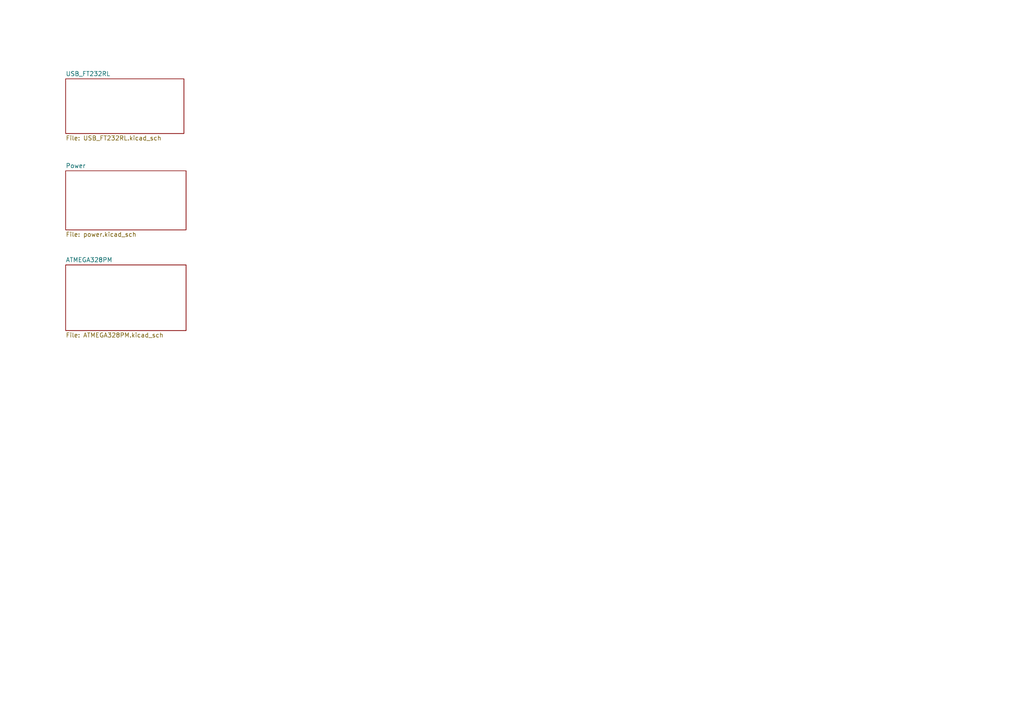
<source format=kicad_sch>
(kicad_sch (version 20230121) (generator eeschema)
  (paper "A4")
  (lib_symbols)
  (sheet (at 19.05 49.53) (size 34.925 17.145) (stroke (width 0.1524))
    (property "Sheetname" "Power" (at 19.05 48.8184 0) (effects (justify left bottom)))
    (property "Sheetfile" "power.kicad_sch" (at 19.05 67.2596 0) (effects (justify left top)))
  )
  (sheet (at 19.05 22.86) (size 34.29 15.875) (stroke (width 0.1524))
    (property "Sheetname" "USB_FT232RL" (at 19.05 22.1484 0) (effects (justify left bottom)))
    (property "Sheetfile" "USB_FT232RL.kicad_sch" (at 19.05 39.3196 0) (effects (justify left top)))
  )
  (sheet (at 19.05 76.835) (size 34.925 19.05) (stroke (width 0.1524))
    (property "Sheetname" "ATMEGA328PM" (at 19.05 76.1234 0) (effects (justify left bottom)))
    (property "Sheetfile" "ATMEGA328PM.kicad_sch" (at 19.05 96.4696 0) (effects (justify left top)))
  )
)
</source>
